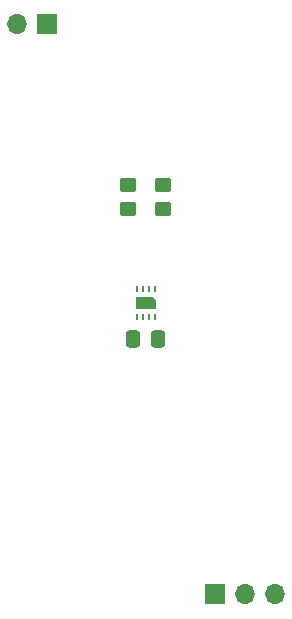
<source format=gbr>
%TF.GenerationSoftware,KiCad,Pcbnew,9.0.0*%
%TF.CreationDate,2025-06-18T18:11:36+02:00*%
%TF.ProjectId,SHT35_Board,53485433-355f-4426-9f61-72642e6b6963,rev?*%
%TF.SameCoordinates,Original*%
%TF.FileFunction,Soldermask,Top*%
%TF.FilePolarity,Negative*%
%FSLAX46Y46*%
G04 Gerber Fmt 4.6, Leading zero omitted, Abs format (unit mm)*
G04 Created by KiCad (PCBNEW 9.0.0) date 2025-06-18 18:11:36*
%MOMM*%
%LPD*%
G01*
G04 APERTURE LIST*
G04 Aperture macros list*
%AMRoundRect*
0 Rectangle with rounded corners*
0 $1 Rounding radius*
0 $2 $3 $4 $5 $6 $7 $8 $9 X,Y pos of 4 corners*
0 Add a 4 corners polygon primitive as box body*
4,1,4,$2,$3,$4,$5,$6,$7,$8,$9,$2,$3,0*
0 Add four circle primitives for the rounded corners*
1,1,$1+$1,$2,$3*
1,1,$1+$1,$4,$5*
1,1,$1+$1,$6,$7*
1,1,$1+$1,$8,$9*
0 Add four rect primitives between the rounded corners*
20,1,$1+$1,$2,$3,$4,$5,0*
20,1,$1+$1,$4,$5,$6,$7,0*
20,1,$1+$1,$6,$7,$8,$9,0*
20,1,$1+$1,$8,$9,$2,$3,0*%
%AMFreePoly0*
4,1,6,0.500000,-0.850000,-0.500000,-0.850000,-0.500000,0.550000,-0.200000,0.850000,0.500000,0.850000,0.500000,-0.850000,0.500000,-0.850000,$1*%
G04 Aperture macros list end*
%ADD10RoundRect,0.250000X-0.337500X-0.475000X0.337500X-0.475000X0.337500X0.475000X-0.337500X0.475000X0*%
%ADD11R,0.250000X0.550000*%
%ADD12FreePoly0,270.000000*%
%ADD13RoundRect,0.250000X-0.450000X0.350000X-0.450000X-0.350000X0.450000X-0.350000X0.450000X0.350000X0*%
%ADD14R,1.700000X1.700000*%
%ADD15O,1.700000X1.700000*%
G04 APERTURE END LIST*
D10*
%TO.C,C1*%
X179555000Y-93000000D03*
X181630000Y-93000000D03*
%TD*%
D11*
%TO.C,U1*%
X181370000Y-88825000D03*
X180870000Y-88825000D03*
X180370000Y-88825000D03*
X179870000Y-88825000D03*
X179870000Y-91175000D03*
X180370000Y-91175000D03*
X180870000Y-91175000D03*
X181370000Y-91175000D03*
D12*
X180620000Y-90000000D03*
%TD*%
D13*
%TO.C,R1*%
X182120000Y-80000000D03*
X182120000Y-82000000D03*
%TD*%
%TO.C,R2*%
X179120000Y-80000000D03*
X179120000Y-82000000D03*
%TD*%
D14*
%TO.C,J1*%
X186484000Y-114645000D03*
D15*
X189024000Y-114645000D03*
X191564000Y-114645000D03*
%TD*%
D14*
%TO.C,J2*%
X172260000Y-66385000D03*
D15*
X169720000Y-66385000D03*
%TD*%
M02*

</source>
